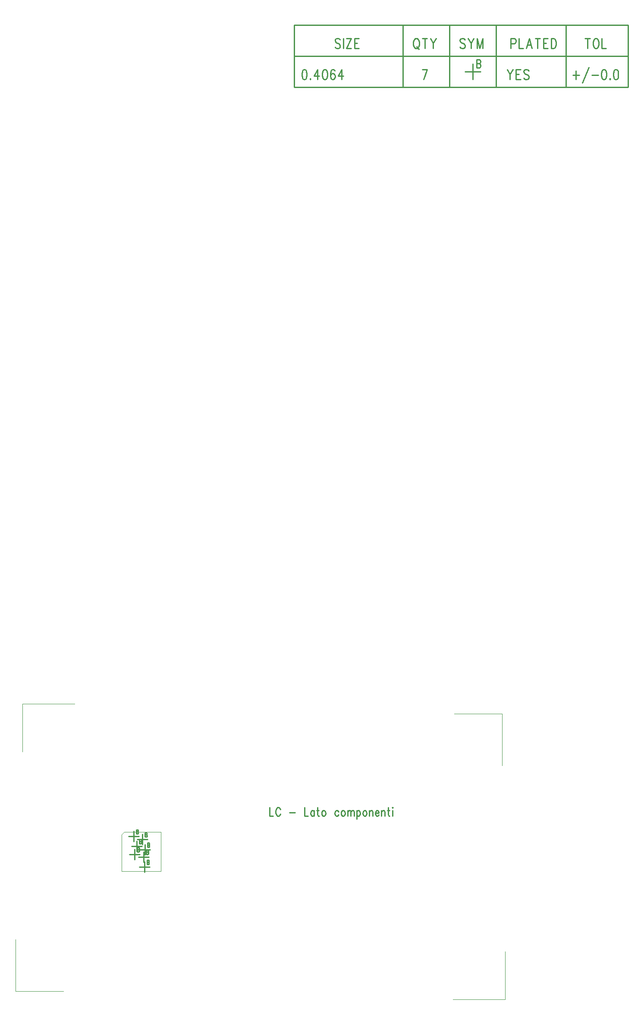
<source format=gbr>
*
*
G04 PADS VX.0 Build Number: 635560 generated Gerber (RS-274-X) file*
G04 PC Version=2.1*
*
%IN "FTC_con_001.pcb"*%
*
%MOIN*%
*
%FSLAX35Y35*%
*
*
*
*
G04 PC Standard Apertures*
*
*
G04 Thermal Relief Aperture macro.*
%AMTER*
1,1,$1,0,0*
1,0,$1-$2,0,0*
21,0,$3,$4,0,0,45*
21,0,$3,$4,0,0,135*
%
*
*
G04 Annular Aperture macro.*
%AMANN*
1,1,$1,0,0*
1,0,$2,0,0*
%
*
*
G04 Odd Aperture macro.*
%AMODD*
1,1,$1,0,0*
1,0,$1-0.005,0,0*
%
*
*
G04 PC Custom Aperture Macros*
*
*
*
*
*
*
G04 PC Aperture Table*
*
%ADD010C,0.01*%
%ADD040C,0.001*%
%ADD157C,0.003*%
*
*
*
*
G04 PC Circuitry*
G04 Layer Name FTC_con_001.pcb - circuitry*
%LPD*%
*
*
G04 PC Custom Flashes*
G04 Layer Name FTC_con_001.pcb - flashes*
%LPD*%
*
*
G04 PC Circuitry*
G04 Layer Name FTC_con_001.pcb - circuitry*
%LPD*%
*
G54D10*
G01X492913Y427822D02*
Y421260D01*
X495641*
X501095Y426260D02*
X500868Y426885D01*
X500413Y427510*
X499959Y427822*
X499050*
X498595Y427510*
X498141Y426885*
X497913Y426260*
X497686Y425322*
Y423760*
X497913Y422822*
X498141Y422197*
X498595Y421572*
X499050Y421260*
X499959*
X500413Y421572*
X500868Y422197*
X501095Y422822*
X508368Y424072D02*
X512459D01*
X519732Y427822D02*
Y421260D01*
X522459*
X527232Y425635D02*
Y421260D01*
Y424697D02*
X526777Y425322D01*
X526322Y425635*
X525641*
X525186Y425322*
X524732Y424697*
X524504Y423760*
Y423135*
X524732Y422197*
X525186Y421572*
X525641Y421260*
X526322*
X526777Y421572*
X527232Y422197*
X529959Y427822D02*
Y422510D01*
X530186Y421572*
X530641Y421260*
X531095*
X529277Y425635D02*
X530868D01*
X534277D02*
X533822Y425322D01*
X533368Y424697*
X533141Y423760*
Y423135*
X533368Y422197*
X533822Y421572*
X534277Y421260*
X534959*
X535413Y421572*
X535868Y422197*
X536095Y423135*
Y423760*
X535868Y424697*
X535413Y425322*
X534959Y425635*
X534277*
X546095Y424697D02*
X545641Y425322D01*
X545186Y425635*
X544504*
X544050Y425322*
X543595Y424697*
X543368Y423760*
Y423135*
X543595Y422197*
X544050Y421572*
X544504Y421260*
X545186*
X545641Y421572*
X546095Y422197*
X549277Y425635D02*
X548822Y425322D01*
X548368Y424697*
X548141Y423760*
Y423135*
X548368Y422197*
X548822Y421572*
X549277Y421260*
X549959*
X550413Y421572*
X550868Y422197*
X551095Y423135*
Y423760*
X550868Y424697*
X550413Y425322*
X549959Y425635*
X549277*
X553141D02*
Y421260D01*
Y424385D02*
X553822Y425322D01*
X554277Y425635*
X554959*
X555413Y425322*
X555641Y424385*
Y421260*
Y424385D02*
X556322Y425322D01*
X556777Y425635*
X557459*
X557913Y425322*
X558141Y424385*
Y421260*
X560186Y425635D02*
Y419072D01*
Y424697D02*
X560641Y425322D01*
X561095Y425635*
X561777*
X562232Y425322*
X562686Y424697*
X562913Y423760*
Y423135*
X562686Y422197*
X562232Y421572*
X561777Y421260*
X561095*
X560641Y421572*
X560186Y422197*
X566095Y425635D02*
X565641Y425322D01*
X565186Y424697*
X564959Y423760*
Y423135*
X565186Y422197*
X565641Y421572*
X566095Y421260*
X566777*
X567232Y421572*
X567686Y422197*
X567913Y423135*
Y423760*
X567686Y424697*
X567232Y425322*
X566777Y425635*
X566095*
X569959D02*
Y421260D01*
Y424385D02*
X570641Y425322D01*
X571095Y425635*
X571777*
X572232Y425322*
X572459Y424385*
Y421260*
X574504Y423760D02*
X577232D01*
Y424385*
X577004Y425010*
X576777Y425322*
X576322Y425635*
X575641*
X575186Y425322*
X574732Y424697*
X574504Y423760*
Y423135*
X574732Y422197*
X575186Y421572*
X575641Y421260*
X576322*
X576777Y421572*
X577232Y422197*
X579277Y425635D02*
Y421260D01*
Y424385D02*
X579959Y425322D01*
X580413Y425635*
X581095*
X581550Y425322*
X581777Y424385*
Y421260*
X584504Y427822D02*
Y422510D01*
X584732Y421572*
X585186Y421260*
X585641*
X583822Y425635D02*
X585413D01*
X587686Y427822D02*
X587913Y427510D01*
X588141Y427822*
X587913Y428135*
X587686Y427822*
X587913Y425635D02*
Y421260D01*
X392063Y381890D02*
X400063D01*
X396063Y377890D02*
Y385890D01*
X398063Y387171D02*
Y383890D01*
Y387171D02*
X399086D01*
X399427Y387015*
X399540Y386859*
X399654Y386546*
Y386234*
X399540Y385921*
X399427Y385765*
X399086Y385609*
X398063D02*
X399086D01*
X399427Y385452*
X399540Y385296*
X399654Y384984*
Y384515*
X399540Y384202*
X399427Y384046*
X399086Y383890*
X398063*
X384583Y391732D02*
X392583D01*
X388583Y387732D02*
Y395732D01*
X390583Y397014D02*
Y393732D01*
Y397014D02*
X391605D01*
X391946Y396857*
X392060Y396701*
X392174Y396389*
Y396076*
X392060Y395764*
X391946Y395607*
X391605Y395451*
X390583D02*
X391605D01*
X391946Y395295*
X392060Y395139*
X392174Y394826*
Y394357*
X392060Y394045*
X391946Y393889*
X391605Y393732*
X390583*
X391669Y389764D02*
X399669D01*
X395669Y385764D02*
Y393764D01*
X397669Y395045D02*
Y391764D01*
Y395045D02*
X398692D01*
X399033Y394889*
X399147Y394733*
X399260Y394420*
Y394108*
X399147Y393795*
X399033Y393639*
X398692Y393483*
X397669D02*
X398692D01*
X399033Y393326*
X399147Y393170*
X399260Y392858*
Y392389*
X399147Y392076*
X399033Y391920*
X398692Y391764*
X397669*
X386157Y398031D02*
X394157D01*
X390157Y394031D02*
Y402031D01*
X392157Y403313D02*
Y400031D01*
Y403313D02*
X393180D01*
X393521Y403156*
X393635Y403000*
X393748Y402688*
Y402375*
X393635Y402063*
X393521Y401906*
X393180Y401750*
X392157D02*
X393180D01*
X393521Y401594*
X393635Y401438*
X393748Y401125*
Y400656*
X393635Y400344*
X393521Y400188*
X393180Y400031*
X392157*
X390488Y403150D02*
X398488D01*
X394488Y399150D02*
Y407150D01*
X396488Y408431D02*
Y405150D01*
Y408431D02*
X397511D01*
X397852Y408275*
X397965Y408118*
X398079Y407806*
Y407493*
X397965Y407181*
X397852Y407025*
X397511Y406868*
X396488D02*
X397511D01*
X397852Y406712*
X397965Y406556*
X398079Y406243*
Y405775*
X397965Y405462*
X397852Y405306*
X397511Y405150*
X396488*
X392457Y395276D02*
X400457D01*
X396457Y391276D02*
Y399276D01*
X398457Y400557D02*
Y397276D01*
Y400557D02*
X399479D01*
X399820Y400401*
X399934Y400244*
X400048Y399932*
Y399619*
X399934Y399307*
X399820Y399151*
X399479Y398994*
X398457D02*
X399479D01*
X399820Y398838*
X399934Y398682*
X400048Y398369*
Y397901*
X399934Y397588*
X399820Y397432*
X399479Y397276*
X398457*
X383795Y405512D02*
X391795D01*
X387795Y401512D02*
Y409512D01*
X389795Y410793D02*
Y407512D01*
Y410793D02*
X390818D01*
X391159Y410637*
X391273Y410481*
X391386Y410168*
Y409856*
X391273Y409543*
X391159Y409387*
X390818Y409231*
X389795D02*
X390818D01*
X391159Y409074*
X391273Y408918*
X391386Y408606*
Y408137*
X391273Y407824*
X391159Y407668*
X390818Y407512*
X389795*
X511811Y1032252D02*
X769811D01*
X511811Y1008252D02*
X769811D01*
X511811Y984252D02*
X769811D01*
X511811Y1032252D02*
Y984252D01*
X595811Y1032252D02*
Y984252D01*
X631811Y1032252D02*
Y984252D01*
X667811Y1032252D02*
Y984252D01*
X721811Y1032252D02*
Y984252D01*
X769811Y1032252D02*
Y984252D01*
X547311Y1021002D02*
X546766Y1021752D01*
X545947Y1022127*
X544856*
X544038Y1021752*
X543493Y1021002*
Y1020252*
X543766Y1019502*
X544038Y1019127*
X544584Y1018752*
X546220Y1018002*
X546766Y1017627*
X547038Y1017252*
X547311Y1016502*
Y1015377*
X546766Y1014627*
X545947Y1014252*
X544856*
X544038Y1014627*
X543493Y1015377*
X549766Y1022127D02*
Y1014252D01*
X556038Y1022127D02*
X552220Y1014252D01*
Y1022127D02*
X556038D01*
X552220Y1014252D02*
X556038D01*
X558493Y1022127D02*
Y1014252D01*
Y1022127D02*
X562038D01*
X558493Y1018377D02*
X560675D01*
X558493Y1014252D02*
X562038D01*
X605675Y1022127D02*
X605129Y1021752D01*
X604584Y1021002*
X604311Y1020252*
X604038Y1019127*
Y1017252*
X604311Y1016127*
X604584Y1015377*
X605129Y1014627*
X605675Y1014252*
X606766*
X607311Y1014627*
X607856Y1015377*
X608129Y1016127*
X608402Y1017252*
Y1019127*
X608129Y1020252*
X607856Y1021002*
X607311Y1021752*
X606766Y1022127*
X605675*
X606493Y1015752D02*
X608129Y1013502D01*
X612766Y1022127D02*
Y1014252D01*
X610856Y1022127D02*
X614675D01*
X617129D02*
X619311Y1018377D01*
Y1014252*
X621493Y1022127D02*
X619311Y1018377D01*
X643856Y1021002D02*
X643311Y1021752D01*
X642493Y1022127*
X641402*
X640584Y1021752*
X640038Y1021002*
Y1020252*
X640311Y1019502*
X640584Y1019127*
X641129Y1018752*
X642766Y1018002*
X643311Y1017627*
X643584Y1017252*
X643856Y1016502*
Y1015377*
X643311Y1014627*
X642493Y1014252*
X641402*
X640584Y1014627*
X640038Y1015377*
X646311Y1022127D02*
X648493Y1018377D01*
Y1014252*
X650675Y1022127D02*
X648493Y1018377D01*
X653129Y1022127D02*
Y1014252D01*
Y1022127D02*
X655311Y1014252D01*
X657493Y1022127D02*
X655311Y1014252D01*
X657493Y1022127D02*
Y1014252D01*
X679311Y1022127D02*
Y1014252D01*
Y1022127D02*
X681766D01*
X682584Y1021752*
X682856Y1021377*
X683129Y1020627*
Y1019502*
X682856Y1018752*
X682584Y1018377*
X681766Y1018002*
X679311*
X685584Y1022127D02*
Y1014252D01*
X688856*
X693493Y1022127D02*
X691311Y1014252D01*
X693493Y1022127D02*
X695675Y1014252D01*
X692129Y1016877D02*
X694856D01*
X700038Y1022127D02*
Y1014252D01*
X698129Y1022127D02*
X701947D01*
X704402D02*
Y1014252D01*
Y1022127D02*
X707947D01*
X704402Y1018377D02*
X706584D01*
X704402Y1014252D02*
X707947D01*
X710402Y1022127D02*
Y1014252D01*
Y1022127D02*
X712311D01*
X713129Y1021752*
X713675Y1021002*
X713947Y1020252*
X714220Y1019127*
Y1017252*
X713947Y1016127*
X713675Y1015377*
X713129Y1014627*
X712311Y1014252*
X710402*
X738493Y1022127D02*
Y1014252D01*
X736584Y1022127D02*
X740402D01*
X744493D02*
X743947Y1021752D01*
X743402Y1021002*
X743129Y1020252*
X742856Y1019127*
Y1017252*
X743129Y1016127*
X743402Y1015377*
X743947Y1014627*
X744493Y1014252*
X745584*
X746129Y1014627*
X746675Y1015377*
X746947Y1016127*
X747220Y1017252*
Y1019127*
X746947Y1020252*
X746675Y1021002*
X746129Y1021752*
X745584Y1022127*
X744493*
X749675D02*
Y1014252D01*
X752947*
X519447Y998127D02*
X518629Y997752D01*
X518084Y996627*
X517811Y994752*
Y993627*
X518084Y991752*
X518629Y990627*
X519447Y990252*
X519993*
X520811Y990627*
X521356Y991752*
X521629Y993627*
Y994752*
X521356Y996627*
X520811Y997752*
X519993Y998127*
X519447*
X524356Y991002D02*
X524084Y990627D01*
X524356Y990252*
X524629Y990627*
X524356Y991002*
X529811Y998127D02*
X527084Y992877D01*
X531175*
X529811Y998127D02*
Y990252D01*
X535266Y998127D02*
X534447Y997752D01*
X533902Y996627*
X533629Y994752*
Y993627*
X533902Y991752*
X534447Y990627*
X535266Y990252*
X535811*
X536629Y990627*
X537175Y991752*
X537447Y993627*
Y994752*
X537175Y996627*
X536629Y997752*
X535811Y998127*
X535266*
X543175Y997002D02*
X542902Y997752D01*
X542084Y998127*
X541538*
X540720Y997752*
X540175Y996627*
X539902Y994752*
Y992877*
X540175Y991377*
X540720Y990627*
X541538Y990252*
X541811*
X542629Y990627*
X543175Y991377*
X543447Y992502*
Y992877*
X543175Y994002*
X542629Y994752*
X541811Y995127*
X541538*
X540720Y994752*
X540175Y994002*
X539902Y992877*
X548629Y998127D02*
X545902Y992877D01*
X549993*
X548629Y998127D02*
Y990252D01*
X614675Y998127D02*
X611947Y990252D01*
X610856Y998127D02*
X614675D01*
X643811Y996252D02*
X655811D01*
X649811Y990252D02*
Y1002252D01*
X652811Y1005552D02*
Y999252D01*
Y1005552D02*
X654775D01*
X655429Y1005252*
X655647Y1004952*
X655866Y1004352*
Y1003752*
X655647Y1003152*
X655429Y1002852*
X654775Y1002552*
X652811D02*
X654775D01*
X655429Y1002252*
X655647Y1001952*
X655866Y1001352*
Y1000452*
X655647Y999852*
X655429Y999552*
X654775Y999252*
X652811*
X676447Y998127D02*
X678629Y994377D01*
Y990252*
X680811Y998127D02*
X678629Y994377D01*
X683266Y998127D02*
Y990252D01*
Y998127D02*
X686811D01*
X683266Y994377D02*
X685447D01*
X683266Y990252D02*
X686811D01*
X693084Y997002D02*
X692538Y997752D01*
X691720Y998127*
X690629*
X689811Y997752*
X689266Y997002*
Y996252*
X689538Y995502*
X689811Y995127*
X690356Y994752*
X691993Y994002*
X692538Y993627*
X692811Y993252*
X693084Y992502*
Y991377*
X692538Y990627*
X691720Y990252*
X690629*
X689811Y990627*
X689266Y991377*
X729629Y997002D02*
Y990252D01*
X727175Y993627D02*
X732084D01*
X739447Y999627D02*
X734538Y987627D01*
X741902Y993627D02*
X746811D01*
X750902Y998127D02*
X750084Y997752D01*
X749538Y996627*
X749266Y994752*
Y993627*
X749538Y991752*
X750084Y990627*
X750902Y990252*
X751447*
X752266Y990627*
X752811Y991752*
X753084Y993627*
Y994752*
X752811Y996627*
X752266Y997752*
X751447Y998127*
X750902*
X755811Y991002D02*
X755538Y990627D01*
X755811Y990252*
X756084Y990627*
X755811Y991002*
X760175Y998127D02*
X759356Y997752D01*
X758811Y996627*
X758538Y994752*
Y993627*
X758811Y991752*
X759356Y990627*
X760175Y990252*
X760720*
X761538Y990627*
X762084Y991752*
X762356Y993627*
Y994752*
X762084Y996627*
X761538Y997752*
X760720Y998127*
X760175*
G54D40*
X378543Y378546D02*
X378546Y378543D01*
X408858*
Y408858*
X380512*
X378543Y406890*
Y378546*
X634646Y279528D02*
X674803D01*
Y316535*
X672441Y460236D02*
Y500394D01*
X635433*
X296457Y325984D02*
Y285827D01*
X333465*
X342126Y507874D02*
X301969D01*
Y470866*
G54D157*
X400000Y383858D02*
Y387205D01*
X0Y0D02*
M02*

</source>
